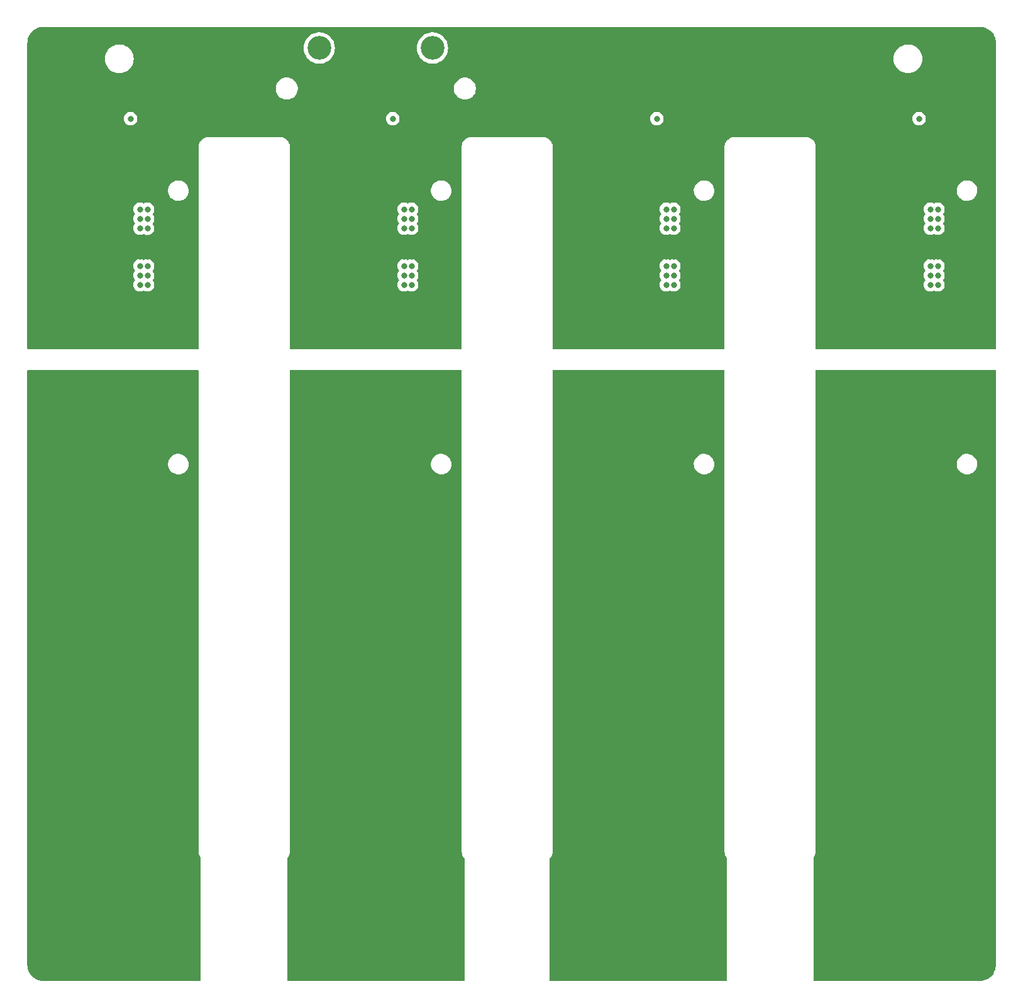
<source format=gbr>
%TF.GenerationSoftware,KiCad,Pcbnew,7.0.9*%
%TF.CreationDate,2024-03-30T19:36:48+01:00*%
%TF.ProjectId,8x-sata-backplane,38782d73-6174-4612-9d62-61636b706c61,rev?*%
%TF.SameCoordinates,Original*%
%TF.FileFunction,Copper,L2,Inr*%
%TF.FilePolarity,Positive*%
%FSLAX46Y46*%
G04 Gerber Fmt 4.6, Leading zero omitted, Abs format (unit mm)*
G04 Created by KiCad (PCBNEW 7.0.9) date 2024-03-30 19:36:48*
%MOMM*%
%LPD*%
G01*
G04 APERTURE LIST*
G04 Aperture macros list*
%AMRoundRect*
0 Rectangle with rounded corners*
0 $1 Rounding radius*
0 $2 $3 $4 $5 $6 $7 $8 $9 X,Y pos of 4 corners*
0 Add a 4 corners polygon primitive as box body*
4,1,4,$2,$3,$4,$5,$6,$7,$8,$9,$2,$3,0*
0 Add four circle primitives for the rounded corners*
1,1,$1+$1,$2,$3*
1,1,$1+$1,$4,$5*
1,1,$1+$1,$6,$7*
1,1,$1+$1,$8,$9*
0 Add four rect primitives between the rounded corners*
20,1,$1+$1,$2,$3,$4,$5,0*
20,1,$1+$1,$4,$5,$6,$7,0*
20,1,$1+$1,$6,$7,$8,$9,0*
20,1,$1+$1,$8,$9,$2,$3,0*%
G04 Aperture macros list end*
%TA.AperFunction,ComponentPad*%
%ADD10C,3.200000*%
%TD*%
%TA.AperFunction,ComponentPad*%
%ADD11RoundRect,0.550000X0.550000X0.950000X-0.550000X0.950000X-0.550000X-0.950000X0.550000X-0.950000X0*%
%TD*%
%TA.AperFunction,ViaPad*%
%ADD12C,0.800000*%
%TD*%
G04 APERTURE END LIST*
D10*
%TO.N,12V*%
%TO.C,J9*%
X79502000Y-26554000D03*
%TO.N,GND*%
X74422000Y-26554000D03*
X69342000Y-26554000D03*
%TO.N,5V*%
X64262000Y-26554000D03*
%TD*%
D11*
%TO.N,GND3*%
%TO.C,J6*%
X101768000Y-144038000D03*
X114508000Y-144038000D03*
%TD*%
%TO.N,GND2*%
%TO.C,J4*%
X66368000Y-144038000D03*
X79108000Y-144038000D03*
%TD*%
%TO.N,GND4*%
%TO.C,J8*%
X137168000Y-144058000D03*
X149908000Y-144058000D03*
%TD*%
%TO.N,GND1*%
%TO.C,J2*%
X30968000Y-144038000D03*
X43708000Y-144038000D03*
%TD*%
D12*
%TO.N,5V*%
X38862000Y-36068000D03*
X74168000Y-36068000D03*
X109728000Y-36068000D03*
X145034000Y-36068000D03*
%TO.N,GND*%
X148336000Y-38862000D03*
X113030000Y-38862000D03*
X77470000Y-38862000D03*
X42164000Y-38862000D03*
X40132000Y-54610000D03*
X110998000Y-62230000D03*
X76708000Y-52070000D03*
X75692000Y-52070000D03*
X147574000Y-59690000D03*
X112014000Y-52070000D03*
X40132000Y-60960000D03*
X110998000Y-59690000D03*
X110998000Y-60960000D03*
X76708000Y-60960000D03*
X76708000Y-59690000D03*
X40132000Y-59690000D03*
X146558000Y-52070000D03*
X112014000Y-62230000D03*
X76708000Y-62230000D03*
X75692000Y-59690000D03*
X110998000Y-54610000D03*
X112014000Y-59690000D03*
X147574000Y-52070000D03*
X146558000Y-54610000D03*
X40132000Y-62230000D03*
X41148000Y-60960000D03*
X41148000Y-52096000D03*
X112014000Y-60960000D03*
X147574000Y-60960000D03*
X146558000Y-60960000D03*
X76708000Y-54610000D03*
X146558000Y-62230000D03*
X147574000Y-54610000D03*
X41148000Y-59690000D03*
X75692000Y-62230000D03*
X146558000Y-59690000D03*
X147574000Y-62230000D03*
X75692000Y-54610000D03*
X75692000Y-60960000D03*
X40132000Y-52070000D03*
X110998000Y-52070000D03*
X41148000Y-54636000D03*
X41148000Y-62256000D03*
X112014000Y-54610000D03*
%TO.N,5V*%
X146558000Y-58420000D03*
X110998000Y-57150000D03*
X110998000Y-58420000D03*
X75692000Y-55880000D03*
X41148000Y-58420000D03*
X112014000Y-57150000D03*
X147574000Y-58420000D03*
X76708000Y-58420000D03*
X40132000Y-58420000D03*
X41148000Y-55880000D03*
X147574000Y-57150000D03*
X40132000Y-57150000D03*
X112014000Y-58420000D03*
X76708000Y-55880000D03*
X40132000Y-55880000D03*
X75692000Y-58420000D03*
X146558000Y-57150000D03*
X76708000Y-57150000D03*
X75692000Y-57150000D03*
X146558000Y-55880000D03*
X112014000Y-55880000D03*
X41148000Y-57176000D03*
X147574000Y-55880000D03*
X110998000Y-55880000D03*
%TO.N,12V*%
X147574000Y-48260000D03*
X41148000Y-49530000D03*
X75692000Y-50800000D03*
X147574000Y-50800000D03*
X112014000Y-49530000D03*
X110998000Y-50800000D03*
X40132000Y-49530000D03*
X147574000Y-49530000D03*
X110998000Y-48260000D03*
X110998000Y-49530000D03*
X75692000Y-48260000D03*
X41148000Y-50826000D03*
X76708000Y-48260000D03*
X76708000Y-50800000D03*
X75692000Y-49530000D03*
X146558000Y-50800000D03*
X112014000Y-50800000D03*
X112014000Y-48260000D03*
X40132000Y-48260000D03*
X76708000Y-49530000D03*
X146558000Y-48260000D03*
X146558000Y-49530000D03*
X41148000Y-48260000D03*
X40132000Y-50800000D03*
%TO.N,GND1*%
X37338000Y-140228000D03*
X33528000Y-140228000D03*
X44700500Y-87118500D03*
X41910000Y-72390000D03*
X41910000Y-76200000D03*
X41910000Y-80010000D03*
X41148000Y-140228000D03*
%TO.N,GND2*%
X72738000Y-140228000D03*
X76548000Y-140228000D03*
X77470000Y-72390000D03*
X68928000Y-140228000D03*
X77470000Y-80010000D03*
X80010000Y-87122000D03*
X77470000Y-76200000D03*
%TO.N,GND3*%
X112776000Y-76200000D03*
X104328000Y-140228000D03*
X112776000Y-72390000D03*
X108138000Y-140228000D03*
X111948000Y-140228000D03*
X112776000Y-80010000D03*
X115570000Y-87122000D03*
%TO.N,GND4*%
X148082000Y-80010000D03*
X150876000Y-87122000D03*
X148082000Y-72390000D03*
X143538000Y-140228000D03*
X139728000Y-140228000D03*
X147348000Y-140228000D03*
X148082000Y-76200000D03*
%TD*%
%TA.AperFunction,Conductor*%
%TO.N,GND1*%
G36*
X47976539Y-69869685D02*
G01*
X48022294Y-69922489D01*
X48033500Y-69974000D01*
X48033500Y-134738351D01*
X48065522Y-134940534D01*
X48128781Y-135135223D01*
X48221713Y-135317611D01*
X48224945Y-135322059D01*
X48236317Y-135337711D01*
X48259798Y-135403516D01*
X48260000Y-135410597D01*
X48260000Y-151975500D01*
X48240315Y-152042539D01*
X48187511Y-152088294D01*
X48136000Y-152099500D01*
X27155878Y-152099500D01*
X27152133Y-152099387D01*
X26892624Y-152083689D01*
X26885185Y-152082785D01*
X26631315Y-152036263D01*
X26624039Y-152034469D01*
X26434801Y-151975500D01*
X26377630Y-151957684D01*
X26370628Y-151955028D01*
X26135263Y-151849100D01*
X26128628Y-151845617D01*
X25907754Y-151712094D01*
X25901586Y-151707837D01*
X25698413Y-151548661D01*
X25692812Y-151543699D01*
X25510299Y-151361186D01*
X25505338Y-151355586D01*
X25427935Y-151256789D01*
X25346161Y-151152411D01*
X25341905Y-151146245D01*
X25208382Y-150925371D01*
X25204899Y-150918736D01*
X25098971Y-150683371D01*
X25096318Y-150676378D01*
X25019529Y-150429957D01*
X25017738Y-150422693D01*
X24971214Y-150168814D01*
X24970310Y-150161375D01*
X24954613Y-149901866D01*
X24954500Y-149898122D01*
X24954500Y-82476198D01*
X43898757Y-82476198D01*
X43908730Y-82710976D01*
X43908730Y-82710982D01*
X43933711Y-82826890D01*
X43958240Y-82940703D01*
X44045859Y-83158753D01*
X44109077Y-83261425D01*
X44169070Y-83358860D01*
X44324325Y-83535264D01*
X44324329Y-83535268D01*
X44507153Y-83682888D01*
X44507157Y-83682891D01*
X44507160Y-83682893D01*
X44712315Y-83797499D01*
X44933887Y-83875785D01*
X45063131Y-83897946D01*
X45165493Y-83915499D01*
X45165502Y-83915500D01*
X45341645Y-83915500D01*
X45517144Y-83900563D01*
X45517147Y-83900562D01*
X45517149Y-83900562D01*
X45744562Y-83841348D01*
X45875386Y-83782211D01*
X45958691Y-83744556D01*
X45958692Y-83744554D01*
X45958697Y-83744553D01*
X46153393Y-83612962D01*
X46323050Y-83450359D01*
X46462786Y-83261423D01*
X46568582Y-83051589D01*
X46637394Y-82826894D01*
X46667243Y-82593802D01*
X46657269Y-82359018D01*
X46607760Y-82129297D01*
X46520141Y-81911247D01*
X46396931Y-81711141D01*
X46241675Y-81534736D01*
X46241674Y-81534735D01*
X46241670Y-81534731D01*
X46058846Y-81387111D01*
X46058840Y-81387107D01*
X45853684Y-81272500D01*
X45632120Y-81194217D01*
X45632115Y-81194215D01*
X45632113Y-81194215D01*
X45632109Y-81194214D01*
X45632108Y-81194214D01*
X45400506Y-81154500D01*
X45400498Y-81154500D01*
X45224360Y-81154500D01*
X45224355Y-81154500D01*
X45048855Y-81169436D01*
X44821438Y-81228651D01*
X44607308Y-81325443D01*
X44607300Y-81325448D01*
X44412616Y-81457030D01*
X44412607Y-81457038D01*
X44242949Y-81619642D01*
X44103216Y-81808574D01*
X44103213Y-81808578D01*
X43997418Y-82018409D01*
X43928605Y-82243109D01*
X43898757Y-82476198D01*
X24954500Y-82476198D01*
X24954500Y-69974000D01*
X24974185Y-69906961D01*
X25026989Y-69861206D01*
X25078500Y-69850000D01*
X47909500Y-69850000D01*
X47976539Y-69869685D01*
G37*
%TD.AperFunction*%
%TD*%
%TA.AperFunction,Conductor*%
%TO.N,GND*%
G36*
X153240788Y-23700613D02*
G01*
X153279656Y-23702964D01*
X153463384Y-23714077D01*
X153470816Y-23714981D01*
X153479307Y-23716537D01*
X153724704Y-23761506D01*
X153731953Y-23763294D01*
X153978382Y-23840084D01*
X153985375Y-23842737D01*
X154220747Y-23948668D01*
X154227374Y-23952145D01*
X154448262Y-24085675D01*
X154454419Y-24089925D01*
X154657593Y-24249101D01*
X154663202Y-24254070D01*
X154845711Y-24436576D01*
X154850680Y-24442185D01*
X155009855Y-24645354D01*
X155014112Y-24651521D01*
X155147638Y-24872396D01*
X155151120Y-24879031D01*
X155257049Y-25114388D01*
X155259706Y-25121395D01*
X155336495Y-25367806D01*
X155338288Y-25375082D01*
X155384816Y-25628957D01*
X155385719Y-25636396D01*
X155401387Y-25895359D01*
X155401500Y-25899104D01*
X155401500Y-66957758D01*
X155381815Y-67024797D01*
X155329011Y-67070552D01*
X155277500Y-67081758D01*
X131224500Y-67081758D01*
X131157461Y-67062073D01*
X131111706Y-67009269D01*
X131100500Y-66957758D01*
X131100500Y-58420000D01*
X145652540Y-58420000D01*
X145672326Y-58608256D01*
X145672327Y-58608259D01*
X145730818Y-58788277D01*
X145730821Y-58788284D01*
X145825467Y-58952216D01*
X145952129Y-59092888D01*
X146105265Y-59204148D01*
X146105270Y-59204151D01*
X146278192Y-59281142D01*
X146278197Y-59281144D01*
X146463354Y-59320500D01*
X146463355Y-59320500D01*
X146652644Y-59320500D01*
X146652646Y-59320500D01*
X146837803Y-59281144D01*
X147010730Y-59204151D01*
X147010734Y-59204148D01*
X147015563Y-59201998D01*
X147084813Y-59192712D01*
X147116437Y-59201998D01*
X147121265Y-59204148D01*
X147121270Y-59204151D01*
X147294197Y-59281144D01*
X147479354Y-59320500D01*
X147479355Y-59320500D01*
X147668644Y-59320500D01*
X147668646Y-59320500D01*
X147853803Y-59281144D01*
X148026730Y-59204151D01*
X148179871Y-59092888D01*
X148306533Y-58952216D01*
X148401179Y-58788284D01*
X148459674Y-58608256D01*
X148479460Y-58420000D01*
X148459674Y-58231744D01*
X148401179Y-58051716D01*
X148306533Y-57887784D01*
X148288693Y-57867971D01*
X148258464Y-57804981D01*
X148267089Y-57735646D01*
X148288694Y-57702028D01*
X148306533Y-57682216D01*
X148401179Y-57518284D01*
X148459674Y-57338256D01*
X148479460Y-57150000D01*
X148459674Y-56961744D01*
X148401179Y-56781716D01*
X148306533Y-56617784D01*
X148288693Y-56597971D01*
X148258464Y-56534981D01*
X148267089Y-56465646D01*
X148288694Y-56432028D01*
X148306533Y-56412216D01*
X148401179Y-56248284D01*
X148459674Y-56068256D01*
X148479460Y-55880000D01*
X148459674Y-55691744D01*
X148401179Y-55511716D01*
X148306533Y-55347784D01*
X148179871Y-55207112D01*
X148179870Y-55207111D01*
X148026734Y-55095851D01*
X148026729Y-55095848D01*
X147853807Y-55018857D01*
X147853802Y-55018855D01*
X147708001Y-54987865D01*
X147668646Y-54979500D01*
X147479354Y-54979500D01*
X147446897Y-54986398D01*
X147294197Y-55018855D01*
X147294192Y-55018857D01*
X147116436Y-55098001D01*
X147047186Y-55107286D01*
X147015564Y-55098001D01*
X146837807Y-55018857D01*
X146837802Y-55018855D01*
X146692001Y-54987865D01*
X146652646Y-54979500D01*
X146463354Y-54979500D01*
X146430897Y-54986398D01*
X146278197Y-55018855D01*
X146278192Y-55018857D01*
X146105270Y-55095848D01*
X146105265Y-55095851D01*
X145952129Y-55207111D01*
X145825466Y-55347785D01*
X145730821Y-55511715D01*
X145730818Y-55511722D01*
X145672327Y-55691740D01*
X145672326Y-55691744D01*
X145652540Y-55880000D01*
X145672326Y-56068256D01*
X145672327Y-56068259D01*
X145730818Y-56248277D01*
X145730821Y-56248284D01*
X145825467Y-56412216D01*
X145835806Y-56423699D01*
X145843307Y-56432030D01*
X145873535Y-56495022D01*
X145864909Y-56564357D01*
X145843307Y-56597970D01*
X145825466Y-56617785D01*
X145730821Y-56781715D01*
X145730818Y-56781722D01*
X145672327Y-56961740D01*
X145672326Y-56961744D01*
X145652540Y-57150000D01*
X145672326Y-57338256D01*
X145672327Y-57338259D01*
X145730818Y-57518277D01*
X145730821Y-57518284D01*
X145825467Y-57682216D01*
X145835806Y-57693699D01*
X145843307Y-57702030D01*
X145873535Y-57765022D01*
X145864909Y-57834357D01*
X145843307Y-57867970D01*
X145825466Y-57887785D01*
X145730821Y-58051715D01*
X145730818Y-58051722D01*
X145672327Y-58231740D01*
X145672326Y-58231744D01*
X145652540Y-58420000D01*
X131100500Y-58420000D01*
X131100500Y-50800000D01*
X145652540Y-50800000D01*
X145672326Y-50988256D01*
X145672327Y-50988259D01*
X145730818Y-51168277D01*
X145730821Y-51168284D01*
X145825467Y-51332216D01*
X145848876Y-51358214D01*
X145952129Y-51472888D01*
X146105265Y-51584148D01*
X146105270Y-51584151D01*
X146278192Y-51661142D01*
X146278197Y-51661144D01*
X146463354Y-51700500D01*
X146463355Y-51700500D01*
X146652644Y-51700500D01*
X146652646Y-51700500D01*
X146837803Y-51661144D01*
X147010730Y-51584151D01*
X147010734Y-51584148D01*
X147015563Y-51581998D01*
X147084813Y-51572712D01*
X147116437Y-51581998D01*
X147121265Y-51584148D01*
X147121270Y-51584151D01*
X147294197Y-51661144D01*
X147479354Y-51700500D01*
X147479355Y-51700500D01*
X147668644Y-51700500D01*
X147668646Y-51700500D01*
X147853803Y-51661144D01*
X148026730Y-51584151D01*
X148179871Y-51472888D01*
X148306533Y-51332216D01*
X148401179Y-51168284D01*
X148459674Y-50988256D01*
X148479460Y-50800000D01*
X148459674Y-50611744D01*
X148401179Y-50431716D01*
X148306533Y-50267784D01*
X148288693Y-50247971D01*
X148258464Y-50184981D01*
X148267089Y-50115646D01*
X148288694Y-50082028D01*
X148306533Y-50062216D01*
X148401179Y-49898284D01*
X148459674Y-49718256D01*
X148479460Y-49530000D01*
X148459674Y-49341744D01*
X148401179Y-49161716D01*
X148306533Y-48997784D01*
X148288693Y-48977971D01*
X148258464Y-48914981D01*
X148267089Y-48845646D01*
X148288694Y-48812028D01*
X148306533Y-48792216D01*
X148401179Y-48628284D01*
X148459674Y-48448256D01*
X148479460Y-48260000D01*
X148459674Y-48071744D01*
X148401179Y-47891716D01*
X148306533Y-47727784D01*
X148179871Y-47587112D01*
X148179870Y-47587111D01*
X148026734Y-47475851D01*
X148026729Y-47475848D01*
X147853807Y-47398857D01*
X147853802Y-47398855D01*
X147708001Y-47367865D01*
X147668646Y-47359500D01*
X147479354Y-47359500D01*
X147446897Y-47366398D01*
X147294197Y-47398855D01*
X147294192Y-47398857D01*
X147116436Y-47478001D01*
X147047186Y-47487286D01*
X147015564Y-47478001D01*
X146837807Y-47398857D01*
X146837802Y-47398855D01*
X146692001Y-47367865D01*
X146652646Y-47359500D01*
X146463354Y-47359500D01*
X146430897Y-47366398D01*
X146278197Y-47398855D01*
X146278192Y-47398857D01*
X146105270Y-47475848D01*
X146105265Y-47475851D01*
X145952129Y-47587111D01*
X145825466Y-47727785D01*
X145730821Y-47891715D01*
X145730818Y-47891722D01*
X145672327Y-48071740D01*
X145672326Y-48071744D01*
X145652540Y-48260000D01*
X145672326Y-48448256D01*
X145672327Y-48448259D01*
X145730818Y-48628277D01*
X145730821Y-48628284D01*
X145825467Y-48792216D01*
X145835806Y-48803699D01*
X145843307Y-48812030D01*
X145873535Y-48875022D01*
X145864909Y-48944357D01*
X145843307Y-48977970D01*
X145825466Y-48997785D01*
X145730821Y-49161715D01*
X145730818Y-49161722D01*
X145672327Y-49341740D01*
X145672326Y-49341744D01*
X145652540Y-49530000D01*
X145672326Y-49718256D01*
X145672327Y-49718259D01*
X145730818Y-49898277D01*
X145730821Y-49898284D01*
X145825467Y-50062216D01*
X145835806Y-50073699D01*
X145843307Y-50082030D01*
X145873535Y-50145022D01*
X145864909Y-50214357D01*
X145843307Y-50247970D01*
X145825466Y-50267785D01*
X145730821Y-50431715D01*
X145730818Y-50431722D01*
X145672327Y-50611740D01*
X145672326Y-50611744D01*
X145652540Y-50800000D01*
X131100500Y-50800000D01*
X131100500Y-45676198D01*
X150098757Y-45676198D01*
X150108730Y-45910976D01*
X150108730Y-45910982D01*
X150133711Y-46026890D01*
X150158240Y-46140703D01*
X150245859Y-46358753D01*
X150309077Y-46461425D01*
X150369070Y-46558860D01*
X150524325Y-46735264D01*
X150524329Y-46735268D01*
X150707153Y-46882888D01*
X150707157Y-46882891D01*
X150707160Y-46882893D01*
X150912315Y-46997499D01*
X151133887Y-47075785D01*
X151263131Y-47097946D01*
X151365493Y-47115499D01*
X151365502Y-47115500D01*
X151541645Y-47115500D01*
X151717144Y-47100563D01*
X151717147Y-47100562D01*
X151717149Y-47100562D01*
X151944562Y-47041348D01*
X152075386Y-46982211D01*
X152158691Y-46944556D01*
X152158692Y-46944554D01*
X152158697Y-46944553D01*
X152353393Y-46812962D01*
X152523050Y-46650359D01*
X152662786Y-46461423D01*
X152768582Y-46251589D01*
X152837394Y-46026894D01*
X152867243Y-45793802D01*
X152857269Y-45559018D01*
X152807760Y-45329297D01*
X152720141Y-45111247D01*
X152596931Y-44911141D01*
X152441675Y-44734736D01*
X152441674Y-44734735D01*
X152441670Y-44734731D01*
X152258846Y-44587111D01*
X152258840Y-44587107D01*
X152053684Y-44472500D01*
X151832120Y-44394217D01*
X151832115Y-44394215D01*
X151832113Y-44394215D01*
X151832109Y-44394214D01*
X151832108Y-44394214D01*
X151600506Y-44354500D01*
X151600498Y-44354500D01*
X151424360Y-44354500D01*
X151424355Y-44354500D01*
X151248855Y-44369436D01*
X151021438Y-44428651D01*
X150807308Y-44525443D01*
X150807300Y-44525448D01*
X150612616Y-44657030D01*
X150612607Y-44657038D01*
X150442949Y-44819642D01*
X150303216Y-45008574D01*
X150303213Y-45008578D01*
X150197418Y-45218409D01*
X150128605Y-45443109D01*
X150098757Y-45676198D01*
X131100500Y-45676198D01*
X131100500Y-39759648D01*
X131068477Y-39557465D01*
X131005218Y-39362776D01*
X130963238Y-39280387D01*
X130912287Y-39180390D01*
X130899289Y-39162500D01*
X130791971Y-39014786D01*
X130647213Y-38870028D01*
X130481613Y-38749715D01*
X130481612Y-38749714D01*
X130481610Y-38749713D01*
X130424653Y-38720691D01*
X130299223Y-38656781D01*
X130104534Y-38593522D01*
X129929995Y-38565878D01*
X129902352Y-38561500D01*
X129856173Y-38561500D01*
X120181595Y-38561500D01*
X120134000Y-38561500D01*
X120031648Y-38561500D01*
X120007329Y-38565351D01*
X119829465Y-38593522D01*
X119634776Y-38656781D01*
X119452386Y-38749715D01*
X119286786Y-38870028D01*
X119142028Y-39014786D01*
X119021715Y-39180386D01*
X118928781Y-39362776D01*
X118865522Y-39557465D01*
X118833500Y-39759648D01*
X118833500Y-66957758D01*
X118813815Y-67024797D01*
X118761011Y-67070552D01*
X118709500Y-67081758D01*
X95824500Y-67081758D01*
X95757461Y-67062073D01*
X95711706Y-67009269D01*
X95700500Y-66957758D01*
X95700500Y-58420000D01*
X110092540Y-58420000D01*
X110112326Y-58608256D01*
X110112327Y-58608259D01*
X110170818Y-58788277D01*
X110170821Y-58788284D01*
X110265467Y-58952216D01*
X110392129Y-59092888D01*
X110545265Y-59204148D01*
X110545270Y-59204151D01*
X110718192Y-59281142D01*
X110718197Y-59281144D01*
X110903354Y-59320500D01*
X110903355Y-59320500D01*
X111092644Y-59320500D01*
X111092646Y-59320500D01*
X111277803Y-59281144D01*
X111450730Y-59204151D01*
X111450734Y-59204148D01*
X111455563Y-59201998D01*
X111524813Y-59192712D01*
X111556437Y-59201998D01*
X111561265Y-59204148D01*
X111561270Y-59204151D01*
X111734197Y-59281144D01*
X111919354Y-59320500D01*
X111919355Y-59320500D01*
X112108644Y-59320500D01*
X112108646Y-59320500D01*
X112293803Y-59281144D01*
X112466730Y-59204151D01*
X112619871Y-59092888D01*
X112746533Y-58952216D01*
X112841179Y-58788284D01*
X112899674Y-58608256D01*
X112919460Y-58420000D01*
X112899674Y-58231744D01*
X112841179Y-58051716D01*
X112746533Y-57887784D01*
X112728693Y-57867971D01*
X112698464Y-57804981D01*
X112707089Y-57735646D01*
X112728694Y-57702028D01*
X112746533Y-57682216D01*
X112841179Y-57518284D01*
X112899674Y-57338256D01*
X112919460Y-57150000D01*
X112899674Y-56961744D01*
X112841179Y-56781716D01*
X112746533Y-56617784D01*
X112728693Y-56597971D01*
X112698464Y-56534981D01*
X112707089Y-56465646D01*
X112728694Y-56432028D01*
X112746533Y-56412216D01*
X112841179Y-56248284D01*
X112899674Y-56068256D01*
X112919460Y-55880000D01*
X112899674Y-55691744D01*
X112841179Y-55511716D01*
X112746533Y-55347784D01*
X112619871Y-55207112D01*
X112619870Y-55207111D01*
X112466734Y-55095851D01*
X112466729Y-55095848D01*
X112293807Y-55018857D01*
X112293802Y-55018855D01*
X112148001Y-54987865D01*
X112108646Y-54979500D01*
X111919354Y-54979500D01*
X111886897Y-54986398D01*
X111734197Y-55018855D01*
X111734192Y-55018857D01*
X111556436Y-55098001D01*
X111487186Y-55107286D01*
X111455564Y-55098001D01*
X111277807Y-55018857D01*
X111277802Y-55018855D01*
X111132001Y-54987865D01*
X111092646Y-54979500D01*
X110903354Y-54979500D01*
X110870897Y-54986398D01*
X110718197Y-55018855D01*
X110718192Y-55018857D01*
X110545270Y-55095848D01*
X110545265Y-55095851D01*
X110392129Y-55207111D01*
X110265466Y-55347785D01*
X110170821Y-55511715D01*
X110170818Y-55511722D01*
X110112327Y-55691740D01*
X110112326Y-55691744D01*
X110092540Y-55880000D01*
X110112326Y-56068256D01*
X110112327Y-56068259D01*
X110170818Y-56248277D01*
X110170821Y-56248284D01*
X110265467Y-56412216D01*
X110275806Y-56423699D01*
X110283307Y-56432030D01*
X110313535Y-56495022D01*
X110304909Y-56564357D01*
X110283307Y-56597970D01*
X110265466Y-56617785D01*
X110170821Y-56781715D01*
X110170818Y-56781722D01*
X110112327Y-56961740D01*
X110112326Y-56961744D01*
X110092540Y-57150000D01*
X110112326Y-57338256D01*
X110112327Y-57338259D01*
X110170818Y-57518277D01*
X110170821Y-57518284D01*
X110265467Y-57682216D01*
X110275806Y-57693699D01*
X110283307Y-57702030D01*
X110313535Y-57765022D01*
X110304909Y-57834357D01*
X110283307Y-57867970D01*
X110265466Y-57887785D01*
X110170821Y-58051715D01*
X110170818Y-58051722D01*
X110112327Y-58231740D01*
X110112326Y-58231744D01*
X110092540Y-58420000D01*
X95700500Y-58420000D01*
X95700500Y-50800000D01*
X110092540Y-50800000D01*
X110112326Y-50988256D01*
X110112327Y-50988259D01*
X110170818Y-51168277D01*
X110170821Y-51168284D01*
X110265467Y-51332216D01*
X110288876Y-51358214D01*
X110392129Y-51472888D01*
X110545265Y-51584148D01*
X110545270Y-51584151D01*
X110718192Y-51661142D01*
X110718197Y-51661144D01*
X110903354Y-51700500D01*
X110903355Y-51700500D01*
X111092644Y-51700500D01*
X111092646Y-51700500D01*
X111277803Y-51661144D01*
X111450730Y-51584151D01*
X111450734Y-51584148D01*
X111455563Y-51581998D01*
X111524813Y-51572712D01*
X111556437Y-51581998D01*
X111561265Y-51584148D01*
X111561270Y-51584151D01*
X111734197Y-51661144D01*
X111919354Y-51700500D01*
X111919355Y-51700500D01*
X112108644Y-51700500D01*
X112108646Y-51700500D01*
X112293803Y-51661144D01*
X112466730Y-51584151D01*
X112619871Y-51472888D01*
X112746533Y-51332216D01*
X112841179Y-51168284D01*
X112899674Y-50988256D01*
X112919460Y-50800000D01*
X112899674Y-50611744D01*
X112841179Y-50431716D01*
X112746533Y-50267784D01*
X112728693Y-50247971D01*
X112698464Y-50184981D01*
X112707089Y-50115646D01*
X112728694Y-50082028D01*
X112746533Y-50062216D01*
X112841179Y-49898284D01*
X112899674Y-49718256D01*
X112919460Y-49530000D01*
X112899674Y-49341744D01*
X112841179Y-49161716D01*
X112746533Y-48997784D01*
X112728693Y-48977971D01*
X112698464Y-48914981D01*
X112707089Y-48845646D01*
X112728694Y-48812028D01*
X112746533Y-48792216D01*
X112841179Y-48628284D01*
X112899674Y-48448256D01*
X112919460Y-48260000D01*
X112899674Y-48071744D01*
X112841179Y-47891716D01*
X112746533Y-47727784D01*
X112619871Y-47587112D01*
X112619870Y-47587111D01*
X112466734Y-47475851D01*
X112466729Y-47475848D01*
X112293807Y-47398857D01*
X112293802Y-47398855D01*
X112148001Y-47367865D01*
X112108646Y-47359500D01*
X111919354Y-47359500D01*
X111886897Y-47366398D01*
X111734197Y-47398855D01*
X111734192Y-47398857D01*
X111556436Y-47478001D01*
X111487186Y-47487286D01*
X111455564Y-47478001D01*
X111277807Y-47398857D01*
X111277802Y-47398855D01*
X111132001Y-47367865D01*
X111092646Y-47359500D01*
X110903354Y-47359500D01*
X110870897Y-47366398D01*
X110718197Y-47398855D01*
X110718192Y-47398857D01*
X110545270Y-47475848D01*
X110545265Y-47475851D01*
X110392129Y-47587111D01*
X110265466Y-47727785D01*
X110170821Y-47891715D01*
X110170818Y-47891722D01*
X110112327Y-48071740D01*
X110112326Y-48071744D01*
X110092540Y-48260000D01*
X110112326Y-48448256D01*
X110112327Y-48448259D01*
X110170818Y-48628277D01*
X110170821Y-48628284D01*
X110265467Y-48792216D01*
X110275806Y-48803699D01*
X110283307Y-48812030D01*
X110313535Y-48875022D01*
X110304909Y-48944357D01*
X110283307Y-48977970D01*
X110265466Y-48997785D01*
X110170821Y-49161715D01*
X110170818Y-49161722D01*
X110112327Y-49341740D01*
X110112326Y-49341744D01*
X110092540Y-49530000D01*
X110112326Y-49718256D01*
X110112327Y-49718259D01*
X110170818Y-49898277D01*
X110170821Y-49898284D01*
X110265467Y-50062216D01*
X110275806Y-50073699D01*
X110283307Y-50082030D01*
X110313535Y-50145022D01*
X110304909Y-50214357D01*
X110283307Y-50247970D01*
X110265466Y-50267785D01*
X110170821Y-50431715D01*
X110170818Y-50431722D01*
X110112327Y-50611740D01*
X110112326Y-50611744D01*
X110092540Y-50800000D01*
X95700500Y-50800000D01*
X95700500Y-45676198D01*
X114698757Y-45676198D01*
X114708730Y-45910976D01*
X114708730Y-45910982D01*
X114733711Y-46026890D01*
X114758240Y-46140703D01*
X114845859Y-46358753D01*
X114909077Y-46461425D01*
X114969070Y-46558860D01*
X115124325Y-46735264D01*
X115124329Y-46735268D01*
X115307153Y-46882888D01*
X115307157Y-46882891D01*
X115307160Y-46882893D01*
X115512315Y-46997499D01*
X115733887Y-47075785D01*
X115863131Y-47097946D01*
X115965493Y-47115499D01*
X115965502Y-47115500D01*
X116141645Y-47115500D01*
X116317144Y-47100563D01*
X116317147Y-47100562D01*
X116317149Y-47100562D01*
X116544562Y-47041348D01*
X116675386Y-46982211D01*
X116758691Y-46944556D01*
X116758692Y-46944554D01*
X116758697Y-46944553D01*
X116953393Y-46812962D01*
X117123050Y-46650359D01*
X117262786Y-46461423D01*
X117368582Y-46251589D01*
X117437394Y-46026894D01*
X117467243Y-45793802D01*
X117457269Y-45559018D01*
X117407760Y-45329297D01*
X117320141Y-45111247D01*
X117196931Y-44911141D01*
X117041675Y-44734736D01*
X117041674Y-44734735D01*
X117041670Y-44734731D01*
X116858846Y-44587111D01*
X116858840Y-44587107D01*
X116653684Y-44472500D01*
X116432120Y-44394217D01*
X116432115Y-44394215D01*
X116432113Y-44394215D01*
X116432109Y-44394214D01*
X116432108Y-44394214D01*
X116200506Y-44354500D01*
X116200498Y-44354500D01*
X116024360Y-44354500D01*
X116024355Y-44354500D01*
X115848855Y-44369436D01*
X115621438Y-44428651D01*
X115407308Y-44525443D01*
X115407300Y-44525448D01*
X115212616Y-44657030D01*
X115212607Y-44657038D01*
X115042949Y-44819642D01*
X114903216Y-45008574D01*
X114903213Y-45008578D01*
X114797418Y-45218409D01*
X114728605Y-45443109D01*
X114698757Y-45676198D01*
X95700500Y-45676198D01*
X95700500Y-39759648D01*
X95668477Y-39557465D01*
X95605218Y-39362776D01*
X95563238Y-39280387D01*
X95512287Y-39180390D01*
X95499289Y-39162500D01*
X95391971Y-39014786D01*
X95247213Y-38870028D01*
X95081613Y-38749715D01*
X95081612Y-38749714D01*
X95081610Y-38749713D01*
X95024653Y-38720691D01*
X94899223Y-38656781D01*
X94704534Y-38593522D01*
X94529995Y-38565878D01*
X94502352Y-38561500D01*
X94456173Y-38561500D01*
X84781595Y-38561500D01*
X84734000Y-38561500D01*
X84631648Y-38561500D01*
X84607329Y-38565351D01*
X84429465Y-38593522D01*
X84234776Y-38656781D01*
X84052386Y-38749715D01*
X83886786Y-38870028D01*
X83742028Y-39014786D01*
X83621715Y-39180386D01*
X83528781Y-39362776D01*
X83465522Y-39557465D01*
X83433500Y-39759648D01*
X83433500Y-66957758D01*
X83413815Y-67024797D01*
X83361011Y-67070552D01*
X83309500Y-67081758D01*
X60424500Y-67081758D01*
X60357461Y-67062073D01*
X60311706Y-67009269D01*
X60300500Y-66957758D01*
X60300500Y-58420000D01*
X74786540Y-58420000D01*
X74806326Y-58608256D01*
X74806327Y-58608259D01*
X74864818Y-58788277D01*
X74864821Y-58788284D01*
X74959467Y-58952216D01*
X75086129Y-59092888D01*
X75239265Y-59204148D01*
X75239270Y-59204151D01*
X75412192Y-59281142D01*
X75412197Y-59281144D01*
X75597354Y-59320500D01*
X75597355Y-59320500D01*
X75786644Y-59320500D01*
X75786646Y-59320500D01*
X75971803Y-59281144D01*
X76144730Y-59204151D01*
X76144734Y-59204148D01*
X76149563Y-59201998D01*
X76218813Y-59192712D01*
X76250437Y-59201998D01*
X76255265Y-59204148D01*
X76255270Y-59204151D01*
X76428197Y-59281144D01*
X76613354Y-59320500D01*
X76613355Y-59320500D01*
X76802644Y-59320500D01*
X76802646Y-59320500D01*
X76987803Y-59281144D01*
X77160730Y-59204151D01*
X77313871Y-59092888D01*
X77440533Y-58952216D01*
X77535179Y-58788284D01*
X77593674Y-58608256D01*
X77613460Y-58420000D01*
X77593674Y-58231744D01*
X77535179Y-58051716D01*
X77440533Y-57887784D01*
X77422693Y-57867971D01*
X77392464Y-57804981D01*
X77401089Y-57735646D01*
X77422694Y-57702028D01*
X77440533Y-57682216D01*
X77535179Y-57518284D01*
X77593674Y-57338256D01*
X77613460Y-57150000D01*
X77593674Y-56961744D01*
X77535179Y-56781716D01*
X77440533Y-56617784D01*
X77422693Y-56597971D01*
X77392464Y-56534981D01*
X77401089Y-56465646D01*
X77422694Y-56432028D01*
X77440533Y-56412216D01*
X77535179Y-56248284D01*
X77593674Y-56068256D01*
X77613460Y-55880000D01*
X77593674Y-55691744D01*
X77535179Y-55511716D01*
X77440533Y-55347784D01*
X77313871Y-55207112D01*
X77313870Y-55207111D01*
X77160734Y-55095851D01*
X77160729Y-55095848D01*
X76987807Y-55018857D01*
X76987802Y-55018855D01*
X76842001Y-54987865D01*
X76802646Y-54979500D01*
X76613354Y-54979500D01*
X76580897Y-54986398D01*
X76428197Y-55018855D01*
X76428192Y-55018857D01*
X76250436Y-55098001D01*
X76181186Y-55107286D01*
X76149564Y-55098001D01*
X75971807Y-55018857D01*
X75971802Y-55018855D01*
X75826001Y-54987865D01*
X75786646Y-54979500D01*
X75597354Y-54979500D01*
X75564897Y-54986398D01*
X75412197Y-55018855D01*
X75412192Y-55018857D01*
X75239270Y-55095848D01*
X75239265Y-55095851D01*
X75086129Y-55207111D01*
X74959466Y-55347785D01*
X74864821Y-55511715D01*
X74864818Y-55511722D01*
X74806327Y-55691740D01*
X74806326Y-55691744D01*
X74786540Y-55880000D01*
X74806326Y-56068256D01*
X74806327Y-56068259D01*
X74864818Y-56248277D01*
X74864821Y-56248284D01*
X74959467Y-56412216D01*
X74969806Y-56423699D01*
X74977307Y-56432030D01*
X75007535Y-56495022D01*
X74998909Y-56564357D01*
X74977307Y-56597970D01*
X74959466Y-56617785D01*
X74864821Y-56781715D01*
X74864818Y-56781722D01*
X74806327Y-56961740D01*
X74806326Y-56961744D01*
X74786540Y-57150000D01*
X74806326Y-57338256D01*
X74806327Y-57338259D01*
X74864818Y-57518277D01*
X74864821Y-57518284D01*
X74959467Y-57682216D01*
X74969806Y-57693699D01*
X74977307Y-57702030D01*
X75007535Y-57765022D01*
X74998909Y-57834357D01*
X74977307Y-57867970D01*
X74959466Y-57887785D01*
X74864821Y-58051715D01*
X74864818Y-58051722D01*
X74806327Y-58231740D01*
X74806326Y-58231744D01*
X74786540Y-58420000D01*
X60300500Y-58420000D01*
X60300500Y-50800000D01*
X74786540Y-50800000D01*
X74806326Y-50988256D01*
X74806327Y-50988259D01*
X74864818Y-51168277D01*
X74864821Y-51168284D01*
X74959467Y-51332216D01*
X74982876Y-51358214D01*
X75086129Y-51472888D01*
X75239265Y-51584148D01*
X75239270Y-51584151D01*
X75412192Y-51661142D01*
X75412197Y-51661144D01*
X75597354Y-51700500D01*
X75597355Y-51700500D01*
X75786644Y-51700500D01*
X75786646Y-51700500D01*
X75971803Y-51661144D01*
X76144730Y-51584151D01*
X76144734Y-51584148D01*
X76149563Y-51581998D01*
X76218813Y-51572712D01*
X76250437Y-51581998D01*
X76255265Y-51584148D01*
X76255270Y-51584151D01*
X76428197Y-51661144D01*
X76613354Y-51700500D01*
X76613355Y-51700500D01*
X76802644Y-51700500D01*
X76802646Y-51700500D01*
X76987803Y-51661144D01*
X77160730Y-51584151D01*
X77313871Y-51472888D01*
X77440533Y-51332216D01*
X77535179Y-51168284D01*
X77593674Y-50988256D01*
X77613460Y-50800000D01*
X77593674Y-50611744D01*
X77535179Y-50431716D01*
X77440533Y-50267784D01*
X77422693Y-50247971D01*
X77392464Y-50184981D01*
X77401089Y-50115646D01*
X77422694Y-50082028D01*
X77440533Y-50062216D01*
X77535179Y-49898284D01*
X77593674Y-49718256D01*
X77613460Y-49530000D01*
X77593674Y-49341744D01*
X77535179Y-49161716D01*
X77440533Y-48997784D01*
X77422693Y-48977971D01*
X77392464Y-48914981D01*
X77401089Y-48845646D01*
X77422694Y-48812028D01*
X77440533Y-48792216D01*
X77535179Y-48628284D01*
X77593674Y-48448256D01*
X77613460Y-48260000D01*
X77593674Y-48071744D01*
X77535179Y-47891716D01*
X77440533Y-47727784D01*
X77313871Y-47587112D01*
X77313870Y-47587111D01*
X77160734Y-47475851D01*
X77160729Y-47475848D01*
X76987807Y-47398857D01*
X76987802Y-47398855D01*
X76842001Y-47367865D01*
X76802646Y-47359500D01*
X76613354Y-47359500D01*
X76580897Y-47366398D01*
X76428197Y-47398855D01*
X76428192Y-47398857D01*
X76250436Y-47478001D01*
X76181186Y-47487286D01*
X76149564Y-47478001D01*
X75971807Y-47398857D01*
X75971802Y-47398855D01*
X75826001Y-47367865D01*
X75786646Y-47359500D01*
X75597354Y-47359500D01*
X75564897Y-47366398D01*
X75412197Y-47398855D01*
X75412192Y-47398857D01*
X75239270Y-47475848D01*
X75239265Y-47475851D01*
X75086129Y-47587111D01*
X74959466Y-47727785D01*
X74864821Y-47891715D01*
X74864818Y-47891722D01*
X74806327Y-48071740D01*
X74806326Y-48071744D01*
X74786540Y-48260000D01*
X74806326Y-48448256D01*
X74806327Y-48448259D01*
X74864818Y-48628277D01*
X74864821Y-48628284D01*
X74959467Y-48792216D01*
X74969806Y-48803699D01*
X74977307Y-48812030D01*
X75007535Y-48875022D01*
X74998909Y-48944357D01*
X74977307Y-48977970D01*
X74959466Y-48997785D01*
X74864821Y-49161715D01*
X74864818Y-49161722D01*
X74806327Y-49341740D01*
X74806326Y-49341744D01*
X74786540Y-49530000D01*
X74806326Y-49718256D01*
X74806327Y-49718259D01*
X74864818Y-49898277D01*
X74864821Y-49898284D01*
X74959467Y-50062216D01*
X74969806Y-50073699D01*
X74977307Y-50082030D01*
X75007535Y-50145022D01*
X74998909Y-50214357D01*
X74977307Y-50247970D01*
X74959466Y-50267785D01*
X74864821Y-50431715D01*
X74864818Y-50431722D01*
X74806327Y-50611740D01*
X74806326Y-50611744D01*
X74786540Y-50800000D01*
X60300500Y-50800000D01*
X60300500Y-45676198D01*
X79298757Y-45676198D01*
X79308730Y-45910976D01*
X79308730Y-45910982D01*
X79333711Y-46026890D01*
X79358240Y-46140703D01*
X79445859Y-46358753D01*
X79509077Y-46461425D01*
X79569070Y-46558860D01*
X79724325Y-46735264D01*
X79724329Y-46735268D01*
X79907153Y-46882888D01*
X79907157Y-46882891D01*
X79907160Y-46882893D01*
X80112315Y-46997499D01*
X80333887Y-47075785D01*
X80463131Y-47097946D01*
X80565493Y-47115499D01*
X80565502Y-47115500D01*
X80741645Y-47115500D01*
X80917144Y-47100563D01*
X80917147Y-47100562D01*
X80917149Y-47100562D01*
X81144562Y-47041348D01*
X81275386Y-46982211D01*
X81358691Y-46944556D01*
X81358692Y-46944554D01*
X81358697Y-46944553D01*
X81553393Y-46812962D01*
X81723050Y-46650359D01*
X81862786Y-46461423D01*
X81968582Y-46251589D01*
X82037394Y-46026894D01*
X82067243Y-45793802D01*
X82057269Y-45559018D01*
X82007760Y-45329297D01*
X81920141Y-45111247D01*
X81796931Y-44911141D01*
X81641675Y-44734736D01*
X81641674Y-44734735D01*
X81641670Y-44734731D01*
X81458846Y-44587111D01*
X81458840Y-44587107D01*
X81253684Y-44472500D01*
X81032120Y-44394217D01*
X81032115Y-44394215D01*
X81032113Y-44394215D01*
X81032109Y-44394214D01*
X81032108Y-44394214D01*
X80800506Y-44354500D01*
X80800498Y-44354500D01*
X80624360Y-44354500D01*
X80624355Y-44354500D01*
X80448855Y-44369436D01*
X80221438Y-44428651D01*
X80007308Y-44525443D01*
X80007300Y-44525448D01*
X79812616Y-44657030D01*
X79812607Y-44657038D01*
X79642949Y-44819642D01*
X79503216Y-45008574D01*
X79503213Y-45008578D01*
X79397418Y-45218409D01*
X79328605Y-45443109D01*
X79298757Y-45676198D01*
X60300500Y-45676198D01*
X60300500Y-39759648D01*
X60268477Y-39557465D01*
X60205218Y-39362776D01*
X60163238Y-39280387D01*
X60112287Y-39180390D01*
X60099289Y-39162500D01*
X59991971Y-39014786D01*
X59847213Y-38870028D01*
X59681613Y-38749715D01*
X59681612Y-38749714D01*
X59681610Y-38749713D01*
X59624653Y-38720691D01*
X59499223Y-38656781D01*
X59304534Y-38593522D01*
X59129995Y-38565878D01*
X59102352Y-38561500D01*
X59056173Y-38561500D01*
X49381595Y-38561500D01*
X49334000Y-38561500D01*
X49231648Y-38561500D01*
X49207329Y-38565351D01*
X49029465Y-38593522D01*
X48834776Y-38656781D01*
X48652386Y-38749715D01*
X48486786Y-38870028D01*
X48342028Y-39014786D01*
X48221715Y-39180386D01*
X48128781Y-39362776D01*
X48065522Y-39557465D01*
X48033500Y-39759648D01*
X48033500Y-66957758D01*
X48013815Y-67024797D01*
X47961011Y-67070552D01*
X47909500Y-67081758D01*
X25078500Y-67081758D01*
X25011461Y-67062073D01*
X24965706Y-67009269D01*
X24954500Y-66957758D01*
X24954500Y-58420000D01*
X39226540Y-58420000D01*
X39246326Y-58608256D01*
X39246327Y-58608259D01*
X39304818Y-58788277D01*
X39304821Y-58788284D01*
X39399467Y-58952216D01*
X39526129Y-59092888D01*
X39679265Y-59204148D01*
X39679270Y-59204151D01*
X39852192Y-59281142D01*
X39852197Y-59281144D01*
X40037354Y-59320500D01*
X40037355Y-59320500D01*
X40226644Y-59320500D01*
X40226646Y-59320500D01*
X40411803Y-59281144D01*
X40584730Y-59204151D01*
X40584734Y-59204148D01*
X40589563Y-59201998D01*
X40658813Y-59192712D01*
X40690437Y-59201998D01*
X40695265Y-59204148D01*
X40695270Y-59204151D01*
X40868197Y-59281144D01*
X41053354Y-59320500D01*
X41053355Y-59320500D01*
X41242644Y-59320500D01*
X41242646Y-59320500D01*
X41427803Y-59281144D01*
X41600730Y-59204151D01*
X41753871Y-59092888D01*
X41880533Y-58952216D01*
X41975179Y-58788284D01*
X42033674Y-58608256D01*
X42053460Y-58420000D01*
X42033674Y-58231744D01*
X41975179Y-58051716D01*
X41880533Y-57887784D01*
X41874400Y-57880973D01*
X41844170Y-57817983D01*
X41852793Y-57748647D01*
X41874401Y-57715026D01*
X41880533Y-57708216D01*
X41975179Y-57544284D01*
X42033674Y-57364256D01*
X42053460Y-57176000D01*
X42033674Y-56987744D01*
X41975179Y-56807716D01*
X41880533Y-56643784D01*
X41850988Y-56610971D01*
X41820759Y-56547982D01*
X41829383Y-56478647D01*
X41850987Y-56445029D01*
X41880533Y-56412216D01*
X41975179Y-56248284D01*
X42033674Y-56068256D01*
X42053460Y-55880000D01*
X42033674Y-55691744D01*
X41975179Y-55511716D01*
X41880533Y-55347784D01*
X41753871Y-55207112D01*
X41753870Y-55207111D01*
X41600734Y-55095851D01*
X41600729Y-55095848D01*
X41427807Y-55018857D01*
X41427802Y-55018855D01*
X41282001Y-54987865D01*
X41242646Y-54979500D01*
X41053354Y-54979500D01*
X41020897Y-54986398D01*
X40868197Y-55018855D01*
X40868192Y-55018857D01*
X40690436Y-55098001D01*
X40621186Y-55107286D01*
X40589564Y-55098001D01*
X40411807Y-55018857D01*
X40411802Y-55018855D01*
X40266001Y-54987865D01*
X40226646Y-54979500D01*
X40037354Y-54979500D01*
X40004897Y-54986398D01*
X39852197Y-55018855D01*
X39852192Y-55018857D01*
X39679270Y-55095848D01*
X39679265Y-55095851D01*
X39526129Y-55207111D01*
X39399466Y-55347785D01*
X39304821Y-55511715D01*
X39304818Y-55511722D01*
X39246327Y-55691740D01*
X39246326Y-55691744D01*
X39226540Y-55880000D01*
X39246326Y-56068256D01*
X39246327Y-56068259D01*
X39304818Y-56248277D01*
X39304821Y-56248284D01*
X39399467Y-56412216D01*
X39409806Y-56423699D01*
X39417307Y-56432030D01*
X39447535Y-56495022D01*
X39438909Y-56564357D01*
X39417307Y-56597970D01*
X39399466Y-56617785D01*
X39304821Y-56781715D01*
X39304818Y-56781722D01*
X39246327Y-56961740D01*
X39246326Y-56961744D01*
X39226540Y-57150000D01*
X39246326Y-57338256D01*
X39246327Y-57338259D01*
X39304818Y-57518277D01*
X39304821Y-57518284D01*
X39399467Y-57682216D01*
X39409806Y-57693699D01*
X39417307Y-57702030D01*
X39447535Y-57765022D01*
X39438909Y-57834357D01*
X39417307Y-57867970D01*
X39399466Y-57887785D01*
X39304821Y-58051715D01*
X39304818Y-58051722D01*
X39246327Y-58231740D01*
X39246326Y-58231744D01*
X39226540Y-58420000D01*
X24954500Y-58420000D01*
X24954500Y-50800000D01*
X39226540Y-50800000D01*
X39246326Y-50988256D01*
X39246327Y-50988259D01*
X39304818Y-51168277D01*
X39304821Y-51168284D01*
X39399467Y-51332216D01*
X39422876Y-51358214D01*
X39526129Y-51472888D01*
X39679265Y-51584148D01*
X39679270Y-51584151D01*
X39852192Y-51661142D01*
X39852197Y-51661144D01*
X40037354Y-51700500D01*
X40037355Y-51700500D01*
X40226644Y-51700500D01*
X40226646Y-51700500D01*
X40411803Y-51661144D01*
X40565677Y-51592633D01*
X40634927Y-51583349D01*
X40688997Y-51605594D01*
X40695266Y-51610148D01*
X40695270Y-51610151D01*
X40868192Y-51687142D01*
X40868197Y-51687144D01*
X41053354Y-51726500D01*
X41053355Y-51726500D01*
X41242644Y-51726500D01*
X41242646Y-51726500D01*
X41427803Y-51687144D01*
X41600730Y-51610151D01*
X41753871Y-51498888D01*
X41880533Y-51358216D01*
X41975179Y-51194284D01*
X42033674Y-51014256D01*
X42053460Y-50826000D01*
X42033674Y-50637744D01*
X41975179Y-50457716D01*
X41880533Y-50293784D01*
X41850988Y-50260971D01*
X41820759Y-50197982D01*
X41829383Y-50128647D01*
X41850987Y-50095029D01*
X41880533Y-50062216D01*
X41975179Y-49898284D01*
X42033674Y-49718256D01*
X42053460Y-49530000D01*
X42033674Y-49341744D01*
X41975179Y-49161716D01*
X41880533Y-48997784D01*
X41862693Y-48977971D01*
X41832464Y-48914981D01*
X41841089Y-48845646D01*
X41862694Y-48812028D01*
X41880533Y-48792216D01*
X41975179Y-48628284D01*
X42033674Y-48448256D01*
X42053460Y-48260000D01*
X42033674Y-48071744D01*
X41975179Y-47891716D01*
X41880533Y-47727784D01*
X41753871Y-47587112D01*
X41753870Y-47587111D01*
X41600734Y-47475851D01*
X41600729Y-47475848D01*
X41427807Y-47398857D01*
X41427802Y-47398855D01*
X41282001Y-47367865D01*
X41242646Y-47359500D01*
X41053354Y-47359500D01*
X41020897Y-47366398D01*
X40868197Y-47398855D01*
X40868192Y-47398857D01*
X40690436Y-47478001D01*
X40621186Y-47487286D01*
X40589564Y-47478001D01*
X40411807Y-47398857D01*
X40411802Y-47398855D01*
X40266001Y-47367865D01*
X40226646Y-47359500D01*
X40037354Y-47359500D01*
X40004897Y-47366398D01*
X39852197Y-47398855D01*
X39852192Y-47398857D01*
X39679270Y-47475848D01*
X39679265Y-47475851D01*
X39526129Y-47587111D01*
X39399466Y-47727785D01*
X39304821Y-47891715D01*
X39304818Y-47891722D01*
X39246327Y-48071740D01*
X39246326Y-48071744D01*
X39226540Y-48260000D01*
X39246326Y-48448256D01*
X39246327Y-48448259D01*
X39304818Y-48628277D01*
X39304821Y-48628284D01*
X39399467Y-48792216D01*
X39409806Y-48803699D01*
X39417307Y-48812030D01*
X39447535Y-48875022D01*
X39438909Y-48944357D01*
X39417307Y-48977970D01*
X39399466Y-48997785D01*
X39304821Y-49161715D01*
X39304818Y-49161722D01*
X39246327Y-49341740D01*
X39246326Y-49341744D01*
X39226540Y-49530000D01*
X39246326Y-49718256D01*
X39246327Y-49718259D01*
X39304818Y-49898277D01*
X39304821Y-49898284D01*
X39399467Y-50062216D01*
X39409806Y-50073699D01*
X39417307Y-50082030D01*
X39447535Y-50145022D01*
X39438909Y-50214357D01*
X39417307Y-50247970D01*
X39399466Y-50267785D01*
X39304821Y-50431715D01*
X39304818Y-50431722D01*
X39246327Y-50611740D01*
X39246326Y-50611744D01*
X39226540Y-50800000D01*
X24954500Y-50800000D01*
X24954500Y-45676198D01*
X43898757Y-45676198D01*
X43908730Y-45910976D01*
X43908730Y-45910982D01*
X43933711Y-46026890D01*
X43958240Y-46140703D01*
X44045859Y-46358753D01*
X44109077Y-46461425D01*
X44169070Y-46558860D01*
X44324325Y-46735264D01*
X44324329Y-46735268D01*
X44507153Y-46882888D01*
X44507157Y-46882891D01*
X44507160Y-46882893D01*
X44712315Y-46997499D01*
X44933887Y-47075785D01*
X45063131Y-47097946D01*
X45165493Y-47115499D01*
X45165502Y-47115500D01*
X45341645Y-47115500D01*
X45517144Y-47100563D01*
X45517147Y-47100562D01*
X45517149Y-47100562D01*
X45744562Y-47041348D01*
X45875386Y-46982211D01*
X45958691Y-46944556D01*
X45958692Y-46944554D01*
X45958697Y-46944553D01*
X46153393Y-46812962D01*
X46323050Y-46650359D01*
X46462786Y-46461423D01*
X46568582Y-46251589D01*
X46637394Y-46026894D01*
X46667243Y-45793802D01*
X46657269Y-45559018D01*
X46607760Y-45329297D01*
X46520141Y-45111247D01*
X46396931Y-44911141D01*
X46241675Y-44734736D01*
X46241674Y-44734735D01*
X46241670Y-44734731D01*
X46058846Y-44587111D01*
X46058840Y-44587107D01*
X45853684Y-44472500D01*
X45632120Y-44394217D01*
X45632115Y-44394215D01*
X45632113Y-44394215D01*
X45632109Y-44394214D01*
X45632108Y-44394214D01*
X45400506Y-44354500D01*
X45400498Y-44354500D01*
X45224360Y-44354500D01*
X45224355Y-44354500D01*
X45048855Y-44369436D01*
X44821438Y-44428651D01*
X44607308Y-44525443D01*
X44607300Y-44525448D01*
X44412616Y-44657030D01*
X44412607Y-44657038D01*
X44242949Y-44819642D01*
X44103216Y-45008574D01*
X44103213Y-45008578D01*
X43997418Y-45218409D01*
X43928605Y-45443109D01*
X43898757Y-45676198D01*
X24954500Y-45676198D01*
X24954500Y-36068000D01*
X37956540Y-36068000D01*
X37976326Y-36256256D01*
X37976327Y-36256259D01*
X38034818Y-36436277D01*
X38034821Y-36436284D01*
X38129467Y-36600216D01*
X38256129Y-36740888D01*
X38409265Y-36852148D01*
X38409270Y-36852151D01*
X38582192Y-36929142D01*
X38582197Y-36929144D01*
X38767354Y-36968500D01*
X38767355Y-36968500D01*
X38956644Y-36968500D01*
X38956646Y-36968500D01*
X39141803Y-36929144D01*
X39314730Y-36852151D01*
X39467871Y-36740888D01*
X39594533Y-36600216D01*
X39689179Y-36436284D01*
X39747674Y-36256256D01*
X39767460Y-36068000D01*
X73262540Y-36068000D01*
X73282326Y-36256256D01*
X73282327Y-36256259D01*
X73340818Y-36436277D01*
X73340821Y-36436284D01*
X73435467Y-36600216D01*
X73562129Y-36740888D01*
X73715265Y-36852148D01*
X73715270Y-36852151D01*
X73888192Y-36929142D01*
X73888197Y-36929144D01*
X74073354Y-36968500D01*
X74073355Y-36968500D01*
X74262644Y-36968500D01*
X74262646Y-36968500D01*
X74447803Y-36929144D01*
X74620730Y-36852151D01*
X74773871Y-36740888D01*
X74900533Y-36600216D01*
X74995179Y-36436284D01*
X75053674Y-36256256D01*
X75073460Y-36068000D01*
X108822540Y-36068000D01*
X108842326Y-36256256D01*
X108842327Y-36256259D01*
X108900818Y-36436277D01*
X108900821Y-36436284D01*
X108995467Y-36600216D01*
X109122129Y-36740888D01*
X109275265Y-36852148D01*
X109275270Y-36852151D01*
X109448192Y-36929142D01*
X109448197Y-36929144D01*
X109633354Y-36968500D01*
X109633355Y-36968500D01*
X109822644Y-36968500D01*
X109822646Y-36968500D01*
X110007803Y-36929144D01*
X110180730Y-36852151D01*
X110333871Y-36740888D01*
X110460533Y-36600216D01*
X110555179Y-36436284D01*
X110613674Y-36256256D01*
X110633460Y-36068000D01*
X144128540Y-36068000D01*
X144148326Y-36256256D01*
X144148327Y-36256259D01*
X144206818Y-36436277D01*
X144206821Y-36436284D01*
X144301467Y-36600216D01*
X144428129Y-36740888D01*
X144581265Y-36852148D01*
X144581270Y-36852151D01*
X144754192Y-36929142D01*
X144754197Y-36929144D01*
X144939354Y-36968500D01*
X144939355Y-36968500D01*
X145128644Y-36968500D01*
X145128646Y-36968500D01*
X145313803Y-36929144D01*
X145486730Y-36852151D01*
X145639871Y-36740888D01*
X145766533Y-36600216D01*
X145861179Y-36436284D01*
X145919674Y-36256256D01*
X145939460Y-36068000D01*
X145919674Y-35879744D01*
X145861179Y-35699716D01*
X145766533Y-35535784D01*
X145639871Y-35395112D01*
X145639870Y-35395111D01*
X145486734Y-35283851D01*
X145486729Y-35283848D01*
X145313807Y-35206857D01*
X145313802Y-35206855D01*
X145168001Y-35175865D01*
X145128646Y-35167500D01*
X144939354Y-35167500D01*
X144906897Y-35174398D01*
X144754197Y-35206855D01*
X144754192Y-35206857D01*
X144581270Y-35283848D01*
X144581265Y-35283851D01*
X144428129Y-35395111D01*
X144301466Y-35535785D01*
X144206821Y-35699715D01*
X144206818Y-35699722D01*
X144148327Y-35879740D01*
X144148326Y-35879744D01*
X144128540Y-36068000D01*
X110633460Y-36068000D01*
X110613674Y-35879744D01*
X110555179Y-35699716D01*
X110460533Y-35535784D01*
X110333871Y-35395112D01*
X110333870Y-35395111D01*
X110180734Y-35283851D01*
X110180729Y-35283848D01*
X110007807Y-35206857D01*
X110007802Y-35206855D01*
X109862001Y-35175865D01*
X109822646Y-35167500D01*
X109633354Y-35167500D01*
X109600897Y-35174398D01*
X109448197Y-35206855D01*
X109448192Y-35206857D01*
X109275270Y-35283848D01*
X109275265Y-35283851D01*
X109122129Y-35395111D01*
X108995466Y-35535785D01*
X108900821Y-35699715D01*
X108900818Y-35699722D01*
X108842327Y-35879740D01*
X108842326Y-35879744D01*
X108822540Y-36068000D01*
X75073460Y-36068000D01*
X75053674Y-35879744D01*
X74995179Y-35699716D01*
X74900533Y-35535784D01*
X74773871Y-35395112D01*
X74773870Y-35395111D01*
X74620734Y-35283851D01*
X74620729Y-35283848D01*
X74447807Y-35206857D01*
X74447802Y-35206855D01*
X74302001Y-35175865D01*
X74262646Y-35167500D01*
X74073354Y-35167500D01*
X74040897Y-35174398D01*
X73888197Y-35206855D01*
X73888192Y-35206857D01*
X73715270Y-35283848D01*
X73715265Y-35283851D01*
X73562129Y-35395111D01*
X73435466Y-35535785D01*
X73340821Y-35699715D01*
X73340818Y-35699722D01*
X73282327Y-35879740D01*
X73282326Y-35879744D01*
X73262540Y-36068000D01*
X39767460Y-36068000D01*
X39747674Y-35879744D01*
X39689179Y-35699716D01*
X39594533Y-35535784D01*
X39467871Y-35395112D01*
X39467870Y-35395111D01*
X39314734Y-35283851D01*
X39314729Y-35283848D01*
X39141807Y-35206857D01*
X39141802Y-35206855D01*
X38996001Y-35175865D01*
X38956646Y-35167500D01*
X38767354Y-35167500D01*
X38734897Y-35174398D01*
X38582197Y-35206855D01*
X38582192Y-35206857D01*
X38409270Y-35283848D01*
X38409265Y-35283851D01*
X38256129Y-35395111D01*
X38129466Y-35535785D01*
X38034821Y-35699715D01*
X38034818Y-35699722D01*
X37976327Y-35879740D01*
X37976326Y-35879744D01*
X37956540Y-36068000D01*
X24954500Y-36068000D01*
X24954500Y-32126676D01*
X58401500Y-32126676D01*
X58441884Y-32368690D01*
X58521548Y-32600740D01*
X58521554Y-32600754D01*
X58638323Y-32816526D01*
X58638329Y-32816535D01*
X58789022Y-33010145D01*
X58789025Y-33010149D01*
X58969544Y-33176329D01*
X59174943Y-33310522D01*
X59174945Y-33310523D01*
X59399635Y-33409082D01*
X59637483Y-33469313D01*
X59820765Y-33484500D01*
X59820767Y-33484500D01*
X59943233Y-33484500D01*
X59943235Y-33484500D01*
X60126517Y-33469313D01*
X60364365Y-33409082D01*
X60589055Y-33310523D01*
X60794458Y-33176327D01*
X60974972Y-33010152D01*
X61125673Y-32816532D01*
X61242449Y-32600748D01*
X61322116Y-32368687D01*
X61362500Y-32126678D01*
X61362500Y-32126676D01*
X82401500Y-32126676D01*
X82441884Y-32368690D01*
X82521548Y-32600740D01*
X82521554Y-32600754D01*
X82638323Y-32816526D01*
X82638329Y-32816535D01*
X82789022Y-33010145D01*
X82789025Y-33010149D01*
X82969544Y-33176329D01*
X83174943Y-33310522D01*
X83174945Y-33310523D01*
X83399635Y-33409082D01*
X83637483Y-33469313D01*
X83820765Y-33484500D01*
X83820767Y-33484500D01*
X83943233Y-33484500D01*
X83943235Y-33484500D01*
X84126517Y-33469313D01*
X84364365Y-33409082D01*
X84589055Y-33310523D01*
X84794458Y-33176327D01*
X84974972Y-33010152D01*
X85125673Y-32816532D01*
X85242449Y-32600748D01*
X85322116Y-32368687D01*
X85362500Y-32126678D01*
X85362500Y-31881322D01*
X85322116Y-31639313D01*
X85242449Y-31407252D01*
X85125673Y-31191468D01*
X84974972Y-30997848D01*
X84794458Y-30831673D01*
X84794455Y-30831670D01*
X84589056Y-30697477D01*
X84458438Y-30640182D01*
X84364365Y-30598918D01*
X84364363Y-30598917D01*
X84364362Y-30598917D01*
X84126513Y-30538686D01*
X83979640Y-30526516D01*
X83943235Y-30523500D01*
X83820765Y-30523500D01*
X83787648Y-30526244D01*
X83637486Y-30538686D01*
X83399637Y-30598917D01*
X83174943Y-30697477D01*
X82969544Y-30831670D01*
X82789025Y-30997850D01*
X82789022Y-30997854D01*
X82638329Y-31191464D01*
X82638323Y-31191473D01*
X82521554Y-31407245D01*
X82521548Y-31407259D01*
X82441884Y-31639309D01*
X82401500Y-31881323D01*
X82401500Y-32126676D01*
X61362500Y-32126676D01*
X61362500Y-31881322D01*
X61322116Y-31639313D01*
X61242449Y-31407252D01*
X61125673Y-31191468D01*
X60974972Y-30997848D01*
X60794458Y-30831673D01*
X60794455Y-30831670D01*
X60589056Y-30697477D01*
X60458438Y-30640182D01*
X60364365Y-30598918D01*
X60364363Y-30598917D01*
X60364362Y-30598917D01*
X60126513Y-30538686D01*
X59979640Y-30526516D01*
X59943235Y-30523500D01*
X59820765Y-30523500D01*
X59787648Y-30526244D01*
X59637486Y-30538686D01*
X59399637Y-30598917D01*
X59174943Y-30697477D01*
X58969544Y-30831670D01*
X58789025Y-30997850D01*
X58789022Y-30997854D01*
X58638329Y-31191464D01*
X58638323Y-31191473D01*
X58521554Y-31407245D01*
X58521548Y-31407259D01*
X58441884Y-31639309D01*
X58401500Y-31881323D01*
X58401500Y-32126676D01*
X24954500Y-32126676D01*
X24954500Y-28000001D01*
X35402569Y-28000001D01*
X35422269Y-28275442D01*
X35422270Y-28275449D01*
X35480966Y-28545267D01*
X35480968Y-28545274D01*
X35507113Y-28615371D01*
X35577470Y-28804008D01*
X35577472Y-28804012D01*
X35709808Y-29046367D01*
X35709813Y-29046375D01*
X35875292Y-29267430D01*
X35875308Y-29267448D01*
X36070551Y-29462691D01*
X36070569Y-29462707D01*
X36291624Y-29628186D01*
X36291632Y-29628191D01*
X36533987Y-29760527D01*
X36533991Y-29760529D01*
X36533993Y-29760530D01*
X36792726Y-29857032D01*
X37062559Y-29915731D01*
X37269056Y-29930500D01*
X37406944Y-29930500D01*
X37613441Y-29915731D01*
X37883274Y-29857032D01*
X38142007Y-29760530D01*
X38384373Y-29628188D01*
X38605438Y-29462701D01*
X38800701Y-29267438D01*
X38966188Y-29046373D01*
X39098530Y-28804007D01*
X39195032Y-28545274D01*
X39253731Y-28275441D01*
X39273431Y-28000000D01*
X39253731Y-27724559D01*
X39195032Y-27454726D01*
X39098530Y-27195993D01*
X39058145Y-27122034D01*
X38966191Y-26953632D01*
X38966186Y-26953624D01*
X38800707Y-26732569D01*
X38800691Y-26732551D01*
X38622140Y-26554000D01*
X62156592Y-26554000D01*
X62176201Y-26840680D01*
X62234666Y-27122034D01*
X62234667Y-27122037D01*
X62330894Y-27392793D01*
X62330893Y-27392793D01*
X62463098Y-27647935D01*
X62628812Y-27882700D01*
X62713923Y-27973831D01*
X62824947Y-28092708D01*
X63047853Y-28274055D01*
X63293382Y-28423365D01*
X63480237Y-28504526D01*
X63556942Y-28537844D01*
X63833642Y-28615371D01*
X64083920Y-28649771D01*
X64118321Y-28654500D01*
X64118322Y-28654500D01*
X64405679Y-28654500D01*
X64436370Y-28650281D01*
X64690358Y-28615371D01*
X64967058Y-28537844D01*
X65080015Y-28488779D01*
X65230617Y-28423365D01*
X65230620Y-28423363D01*
X65230625Y-28423361D01*
X65476147Y-28274055D01*
X65699053Y-28092708D01*
X65895189Y-27882698D01*
X66060901Y-27647936D01*
X66193104Y-27392797D01*
X66289334Y-27122032D01*
X66347798Y-26840686D01*
X66367408Y-26554000D01*
X77396592Y-26554000D01*
X77416201Y-26840680D01*
X77474666Y-27122034D01*
X77474667Y-27122037D01*
X77570894Y-27392793D01*
X77570893Y-27392793D01*
X77703098Y-27647935D01*
X77868812Y-27882700D01*
X77953923Y-27973831D01*
X78064947Y-28092708D01*
X78287853Y-28274055D01*
X78533382Y-28423365D01*
X78720237Y-28504526D01*
X78796942Y-28537844D01*
X79073642Y-28615371D01*
X79323920Y-28649771D01*
X79358321Y-28654500D01*
X79358322Y-28654500D01*
X79645679Y-28654500D01*
X79676370Y-28650281D01*
X79930358Y-28615371D01*
X80207058Y-28537844D01*
X80320015Y-28488779D01*
X80470617Y-28423365D01*
X80470620Y-28423363D01*
X80470625Y-28423361D01*
X80716147Y-28274055D01*
X80939053Y-28092708D01*
X81025635Y-28000001D01*
X141602569Y-28000001D01*
X141622269Y-28275442D01*
X141622270Y-28275449D01*
X141680966Y-28545267D01*
X141680968Y-28545274D01*
X141707113Y-28615371D01*
X141777470Y-28804008D01*
X141777472Y-28804012D01*
X141909808Y-29046367D01*
X141909813Y-29046375D01*
X142075292Y-29267430D01*
X142075308Y-29267448D01*
X142270551Y-29462691D01*
X142270569Y-29462707D01*
X142491624Y-29628186D01*
X142491632Y-29628191D01*
X142733987Y-29760527D01*
X142733991Y-29760529D01*
X142733993Y-29760530D01*
X142992726Y-29857032D01*
X143262559Y-29915731D01*
X143469056Y-29930500D01*
X143606944Y-29930500D01*
X143813441Y-29915731D01*
X144083274Y-29857032D01*
X144342007Y-29760530D01*
X144584373Y-29628188D01*
X144805438Y-29462701D01*
X145000701Y-29267438D01*
X145166188Y-29046373D01*
X145298530Y-28804007D01*
X145395032Y-28545274D01*
X145453731Y-28275441D01*
X145473431Y-28000000D01*
X145453731Y-27724559D01*
X145395032Y-27454726D01*
X145298530Y-27195993D01*
X145258145Y-27122034D01*
X145166191Y-26953632D01*
X145166186Y-26953624D01*
X145000707Y-26732569D01*
X145000691Y-26732551D01*
X144805448Y-26537308D01*
X144805430Y-26537292D01*
X144584375Y-26371813D01*
X144584367Y-26371808D01*
X144342012Y-26239472D01*
X144342008Y-26239470D01*
X144243917Y-26202884D01*
X144083274Y-26142968D01*
X144083270Y-26142967D01*
X144083267Y-26142966D01*
X143813449Y-26084270D01*
X143813442Y-26084269D01*
X143606944Y-26069500D01*
X143469056Y-26069500D01*
X143262557Y-26084269D01*
X143262550Y-26084270D01*
X142992732Y-26142966D01*
X142992727Y-26142967D01*
X142992726Y-26142968D01*
X142930172Y-26166299D01*
X142733991Y-26239470D01*
X142733987Y-26239472D01*
X142491632Y-26371808D01*
X142491624Y-26371813D01*
X142270569Y-26537292D01*
X142270551Y-26537308D01*
X142075308Y-26732551D01*
X142075292Y-26732569D01*
X141909813Y-26953624D01*
X141909808Y-26953632D01*
X141777472Y-27195987D01*
X141777470Y-27195991D01*
X141680966Y-27454732D01*
X141622270Y-27724550D01*
X141622269Y-27724557D01*
X141602569Y-27999998D01*
X141602569Y-28000001D01*
X81025635Y-28000001D01*
X81135189Y-27882698D01*
X81300901Y-27647936D01*
X81433104Y-27392797D01*
X81529334Y-27122032D01*
X81587798Y-26840686D01*
X81607408Y-26554000D01*
X81587798Y-26267314D01*
X81529334Y-25985968D01*
X81498462Y-25899104D01*
X81433105Y-25715206D01*
X81433106Y-25715206D01*
X81300901Y-25460064D01*
X81135187Y-25225299D01*
X81056554Y-25141105D01*
X80939053Y-25015292D01*
X80716147Y-24833945D01*
X80716146Y-24833944D01*
X80470617Y-24684634D01*
X80207063Y-24570158D01*
X80207061Y-24570157D01*
X80207058Y-24570156D01*
X80077578Y-24533877D01*
X79930364Y-24492630D01*
X79930359Y-24492629D01*
X79930358Y-24492629D01*
X79788018Y-24473064D01*
X79645679Y-24453500D01*
X79645678Y-24453500D01*
X79358322Y-24453500D01*
X79358321Y-24453500D01*
X79073642Y-24492629D01*
X79073635Y-24492630D01*
X78865861Y-24550845D01*
X78796942Y-24570156D01*
X78796939Y-24570156D01*
X78796936Y-24570158D01*
X78796935Y-24570158D01*
X78533382Y-24684634D01*
X78287853Y-24833944D01*
X78064950Y-25015289D01*
X77868812Y-25225299D01*
X77703098Y-25460064D01*
X77570894Y-25715206D01*
X77474667Y-25985962D01*
X77474666Y-25985965D01*
X77416201Y-26267319D01*
X77396592Y-26554000D01*
X66367408Y-26554000D01*
X66347798Y-26267314D01*
X66289334Y-25985968D01*
X66258462Y-25899104D01*
X66193105Y-25715206D01*
X66193106Y-25715206D01*
X66060901Y-25460064D01*
X65895187Y-25225299D01*
X65816554Y-25141105D01*
X65699053Y-25015292D01*
X65476147Y-24833945D01*
X65476146Y-24833944D01*
X65230617Y-24684634D01*
X64967063Y-24570158D01*
X64967061Y-24570157D01*
X64967058Y-24570156D01*
X64837578Y-24533877D01*
X64690364Y-24492630D01*
X64690359Y-24492629D01*
X64690358Y-24492629D01*
X64548018Y-24473064D01*
X64405679Y-24453500D01*
X64405678Y-24453500D01*
X64118322Y-24453500D01*
X64118321Y-24453500D01*
X63833642Y-24492629D01*
X63833635Y-24492630D01*
X63625861Y-24550845D01*
X63556942Y-24570156D01*
X63556939Y-24570156D01*
X63556936Y-24570158D01*
X63556935Y-24570158D01*
X63293382Y-24684634D01*
X63047853Y-24833944D01*
X62824950Y-25015289D01*
X62628812Y-25225299D01*
X62463098Y-25460064D01*
X62330894Y-25715206D01*
X62234667Y-25985962D01*
X62234666Y-25985965D01*
X62176201Y-26267319D01*
X62156592Y-26554000D01*
X38622140Y-26554000D01*
X38605448Y-26537308D01*
X38605430Y-26537292D01*
X38384375Y-26371813D01*
X38384367Y-26371808D01*
X38142012Y-26239472D01*
X38142008Y-26239470D01*
X38043917Y-26202884D01*
X37883274Y-26142968D01*
X37883270Y-26142967D01*
X37883267Y-26142966D01*
X37613449Y-26084270D01*
X37613442Y-26084269D01*
X37406944Y-26069500D01*
X37269056Y-26069500D01*
X37062557Y-26084269D01*
X37062550Y-26084270D01*
X36792732Y-26142966D01*
X36792727Y-26142967D01*
X36792726Y-26142968D01*
X36730172Y-26166299D01*
X36533991Y-26239470D01*
X36533987Y-26239472D01*
X36291632Y-26371808D01*
X36291624Y-26371813D01*
X36070569Y-26537292D01*
X36070551Y-26537308D01*
X35875308Y-26732551D01*
X35875292Y-26732569D01*
X35709813Y-26953624D01*
X35709808Y-26953632D01*
X35577472Y-27195987D01*
X35577470Y-27195991D01*
X35480966Y-27454732D01*
X35422270Y-27724550D01*
X35422269Y-27724557D01*
X35402569Y-27999998D01*
X35402569Y-28000001D01*
X24954500Y-28000001D01*
X24954500Y-25901877D01*
X24954613Y-25898133D01*
X24964013Y-25742727D01*
X24970311Y-25638615D01*
X24971214Y-25631185D01*
X24971622Y-25628957D01*
X25017739Y-25377302D01*
X25019530Y-25370039D01*
X25020226Y-25367806D01*
X25096319Y-25123615D01*
X25098971Y-25116628D01*
X25204899Y-24881263D01*
X25208382Y-24874628D01*
X25303691Y-24716966D01*
X25341907Y-24653750D01*
X25346155Y-24647595D01*
X25505346Y-24444402D01*
X25510291Y-24438821D01*
X25692821Y-24256291D01*
X25698402Y-24251346D01*
X25901595Y-24092155D01*
X25907754Y-24087905D01*
X25911455Y-24085668D01*
X26001959Y-24030956D01*
X26128628Y-23954382D01*
X26135263Y-23950899D01*
X26370628Y-23844971D01*
X26377615Y-23842319D01*
X26624046Y-23765528D01*
X26631302Y-23763739D01*
X26885186Y-23717213D01*
X26892615Y-23716311D01*
X27101921Y-23703650D01*
X27152134Y-23700613D01*
X27155878Y-23700500D01*
X153237044Y-23700500D01*
X153240788Y-23700613D01*
G37*
%TD.AperFunction*%
%TD*%
%TA.AperFunction,Conductor*%
%TO.N,GND3*%
G36*
X118776539Y-69869685D02*
G01*
X118822294Y-69922489D01*
X118833500Y-69974000D01*
X118833500Y-134738351D01*
X118865522Y-134940534D01*
X118928781Y-135135223D01*
X119003698Y-135282254D01*
X119021713Y-135317610D01*
X119102319Y-135428556D01*
X119125798Y-135494358D01*
X119126000Y-135501438D01*
X119126000Y-151975500D01*
X119106315Y-152042539D01*
X119053511Y-152088294D01*
X119002000Y-152099500D01*
X95374000Y-152099500D01*
X95306961Y-152079815D01*
X95261206Y-152027011D01*
X95250000Y-151975500D01*
X95250000Y-135676547D01*
X95269685Y-135609508D01*
X95286319Y-135588866D01*
X95286780Y-135588405D01*
X95391966Y-135483219D01*
X95391968Y-135483215D01*
X95391971Y-135483213D01*
X95499289Y-135335500D01*
X95512287Y-135317610D01*
X95605220Y-135135219D01*
X95668477Y-134940534D01*
X95700500Y-134738352D01*
X95700500Y-134636000D01*
X95700500Y-134588405D01*
X95700500Y-82476198D01*
X114698757Y-82476198D01*
X114708730Y-82710976D01*
X114708730Y-82710982D01*
X114733711Y-82826890D01*
X114758240Y-82940703D01*
X114845859Y-83158753D01*
X114909077Y-83261425D01*
X114969070Y-83358860D01*
X115124325Y-83535264D01*
X115124329Y-83535268D01*
X115307153Y-83682888D01*
X115307157Y-83682891D01*
X115307160Y-83682893D01*
X115512315Y-83797499D01*
X115733887Y-83875785D01*
X115863131Y-83897946D01*
X115965493Y-83915499D01*
X115965502Y-83915500D01*
X116141645Y-83915500D01*
X116317144Y-83900563D01*
X116317147Y-83900562D01*
X116317149Y-83900562D01*
X116544562Y-83841348D01*
X116675386Y-83782211D01*
X116758691Y-83744556D01*
X116758692Y-83744554D01*
X116758697Y-83744553D01*
X116953393Y-83612962D01*
X117123050Y-83450359D01*
X117262786Y-83261423D01*
X117368582Y-83051589D01*
X117437394Y-82826894D01*
X117467243Y-82593802D01*
X117457269Y-82359018D01*
X117407760Y-82129297D01*
X117320141Y-81911247D01*
X117196931Y-81711141D01*
X117041675Y-81534736D01*
X117041674Y-81534735D01*
X117041670Y-81534731D01*
X116858846Y-81387111D01*
X116858840Y-81387107D01*
X116653684Y-81272500D01*
X116432120Y-81194217D01*
X116432115Y-81194215D01*
X116432113Y-81194215D01*
X116432109Y-81194214D01*
X116432108Y-81194214D01*
X116200506Y-81154500D01*
X116200498Y-81154500D01*
X116024360Y-81154500D01*
X116024355Y-81154500D01*
X115848855Y-81169436D01*
X115621438Y-81228651D01*
X115407308Y-81325443D01*
X115407300Y-81325448D01*
X115212616Y-81457030D01*
X115212607Y-81457038D01*
X115042949Y-81619642D01*
X114903216Y-81808574D01*
X114903213Y-81808578D01*
X114797418Y-82018409D01*
X114728605Y-82243109D01*
X114698757Y-82476198D01*
X95700500Y-82476198D01*
X95700500Y-69974000D01*
X95720185Y-69906961D01*
X95772989Y-69861206D01*
X95824500Y-69850000D01*
X118709500Y-69850000D01*
X118776539Y-69869685D01*
G37*
%TD.AperFunction*%
%TD*%
%TA.AperFunction,Conductor*%
%TO.N,GND2*%
G36*
X83376539Y-69869685D02*
G01*
X83422294Y-69922489D01*
X83433500Y-69974000D01*
X83433500Y-134738351D01*
X83465522Y-134940534D01*
X83528781Y-135135223D01*
X83621715Y-135317613D01*
X83742028Y-135483213D01*
X83783681Y-135524866D01*
X83817166Y-135586189D01*
X83820000Y-135612547D01*
X83820000Y-151975500D01*
X83800315Y-152042539D01*
X83747511Y-152088294D01*
X83696000Y-152099500D01*
X60068000Y-152099500D01*
X60000961Y-152079815D01*
X59955206Y-152027011D01*
X59944000Y-151975500D01*
X59944000Y-135582547D01*
X59963685Y-135515508D01*
X59980319Y-135494866D01*
X59991966Y-135483219D01*
X59991968Y-135483215D01*
X59991971Y-135483213D01*
X60099289Y-135335500D01*
X60112287Y-135317610D01*
X60205220Y-135135219D01*
X60268477Y-134940534D01*
X60300500Y-134738352D01*
X60300500Y-134636000D01*
X60300500Y-134588405D01*
X60300500Y-82476198D01*
X79298757Y-82476198D01*
X79308730Y-82710976D01*
X79308730Y-82710982D01*
X79333711Y-82826890D01*
X79358240Y-82940703D01*
X79445859Y-83158753D01*
X79509077Y-83261425D01*
X79569070Y-83358860D01*
X79724325Y-83535264D01*
X79724329Y-83535268D01*
X79907153Y-83682888D01*
X79907157Y-83682891D01*
X79907160Y-83682893D01*
X80112315Y-83797499D01*
X80333887Y-83875785D01*
X80463131Y-83897946D01*
X80565493Y-83915499D01*
X80565502Y-83915500D01*
X80741645Y-83915500D01*
X80917144Y-83900563D01*
X80917147Y-83900562D01*
X80917149Y-83900562D01*
X81144562Y-83841348D01*
X81275386Y-83782211D01*
X81358691Y-83744556D01*
X81358692Y-83744554D01*
X81358697Y-83744553D01*
X81553393Y-83612962D01*
X81723050Y-83450359D01*
X81862786Y-83261423D01*
X81968582Y-83051589D01*
X82037394Y-82826894D01*
X82067243Y-82593802D01*
X82057269Y-82359018D01*
X82007760Y-82129297D01*
X81920141Y-81911247D01*
X81796931Y-81711141D01*
X81641675Y-81534736D01*
X81641674Y-81534735D01*
X81641670Y-81534731D01*
X81458846Y-81387111D01*
X81458840Y-81387107D01*
X81253684Y-81272500D01*
X81032120Y-81194217D01*
X81032115Y-81194215D01*
X81032113Y-81194215D01*
X81032109Y-81194214D01*
X81032108Y-81194214D01*
X80800506Y-81154500D01*
X80800498Y-81154500D01*
X80624360Y-81154500D01*
X80624355Y-81154500D01*
X80448855Y-81169436D01*
X80221438Y-81228651D01*
X80007308Y-81325443D01*
X80007300Y-81325448D01*
X79812616Y-81457030D01*
X79812607Y-81457038D01*
X79642949Y-81619642D01*
X79503216Y-81808574D01*
X79503213Y-81808578D01*
X79397418Y-82018409D01*
X79328605Y-82243109D01*
X79298757Y-82476198D01*
X60300500Y-82476198D01*
X60300500Y-69974000D01*
X60320185Y-69906961D01*
X60372989Y-69861206D01*
X60424500Y-69850000D01*
X83309500Y-69850000D01*
X83376539Y-69869685D01*
G37*
%TD.AperFunction*%
%TD*%
%TA.AperFunction,Conductor*%
%TO.N,GND4*%
G36*
X155344539Y-69869685D02*
G01*
X155390294Y-69922489D01*
X155401500Y-69974000D01*
X155401500Y-149845996D01*
X155401499Y-149846014D01*
X155401499Y-149895896D01*
X155401386Y-149899639D01*
X155385692Y-150159149D01*
X155384788Y-150166589D01*
X155338269Y-150420456D01*
X155336475Y-150427732D01*
X155259691Y-150674151D01*
X155257034Y-150681158D01*
X155151109Y-150916519D01*
X155147627Y-150923154D01*
X155014104Y-151144032D01*
X155009847Y-151150200D01*
X154850680Y-151353366D01*
X154845710Y-151358975D01*
X154663199Y-151541488D01*
X154657590Y-151546457D01*
X154454424Y-151705630D01*
X154448257Y-151709887D01*
X154227376Y-151843415D01*
X154220741Y-151846898D01*
X153985381Y-151952826D01*
X153978382Y-151955480D01*
X153748834Y-152027011D01*
X153731967Y-152032267D01*
X153724691Y-152034060D01*
X153470815Y-152080585D01*
X153463376Y-152081489D01*
X153204413Y-152097154D01*
X153200668Y-152097267D01*
X153154405Y-152097267D01*
X153154403Y-152097267D01*
X153149950Y-152097973D01*
X153130549Y-152099500D01*
X130934000Y-152099500D01*
X130866961Y-152079815D01*
X130821206Y-152027011D01*
X130810000Y-151975500D01*
X130810000Y-135498686D01*
X130829685Y-135431647D01*
X130833665Y-135425823D01*
X130912287Y-135317610D01*
X131005220Y-135135219D01*
X131068477Y-134940534D01*
X131100500Y-134738352D01*
X131100500Y-134636000D01*
X131100500Y-134588405D01*
X131100500Y-82476198D01*
X150098757Y-82476198D01*
X150108730Y-82710976D01*
X150108730Y-82710982D01*
X150133711Y-82826890D01*
X150158240Y-82940703D01*
X150245859Y-83158753D01*
X150309077Y-83261425D01*
X150369070Y-83358860D01*
X150524325Y-83535264D01*
X150524329Y-83535268D01*
X150707153Y-83682888D01*
X150707157Y-83682891D01*
X150707160Y-83682893D01*
X150912315Y-83797499D01*
X151133887Y-83875785D01*
X151263131Y-83897946D01*
X151365493Y-83915499D01*
X151365502Y-83915500D01*
X151541645Y-83915500D01*
X151717144Y-83900563D01*
X151717147Y-83900562D01*
X151717149Y-83900562D01*
X151944562Y-83841348D01*
X152075386Y-83782211D01*
X152158691Y-83744556D01*
X152158692Y-83744554D01*
X152158697Y-83744553D01*
X152353393Y-83612962D01*
X152523050Y-83450359D01*
X152662786Y-83261423D01*
X152768582Y-83051589D01*
X152837394Y-82826894D01*
X152867243Y-82593802D01*
X152857269Y-82359018D01*
X152807760Y-82129297D01*
X152720141Y-81911247D01*
X152596931Y-81711141D01*
X152441675Y-81534736D01*
X152441674Y-81534735D01*
X152441670Y-81534731D01*
X152258846Y-81387111D01*
X152258840Y-81387107D01*
X152053684Y-81272500D01*
X151832120Y-81194217D01*
X151832115Y-81194215D01*
X151832113Y-81194215D01*
X151832109Y-81194214D01*
X151832108Y-81194214D01*
X151600506Y-81154500D01*
X151600498Y-81154500D01*
X151424360Y-81154500D01*
X151424355Y-81154500D01*
X151248855Y-81169436D01*
X151021438Y-81228651D01*
X150807308Y-81325443D01*
X150807300Y-81325448D01*
X150612616Y-81457030D01*
X150612607Y-81457038D01*
X150442949Y-81619642D01*
X150303216Y-81808574D01*
X150303213Y-81808578D01*
X150197418Y-82018409D01*
X150128605Y-82243109D01*
X150098757Y-82476198D01*
X131100500Y-82476198D01*
X131100500Y-69974000D01*
X131120185Y-69906961D01*
X131172989Y-69861206D01*
X131224500Y-69850000D01*
X155277500Y-69850000D01*
X155344539Y-69869685D01*
G37*
%TD.AperFunction*%
%TD*%
M02*

</source>
